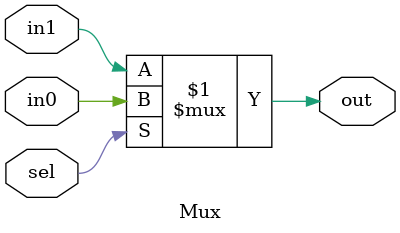
<source format=v>
`timescale 1ns / 1ps


module Mux(
    input in0, in1,
    input sel,
    output out
    );
    assign out = sel ? in0 : in1; 
endmodule

</source>
